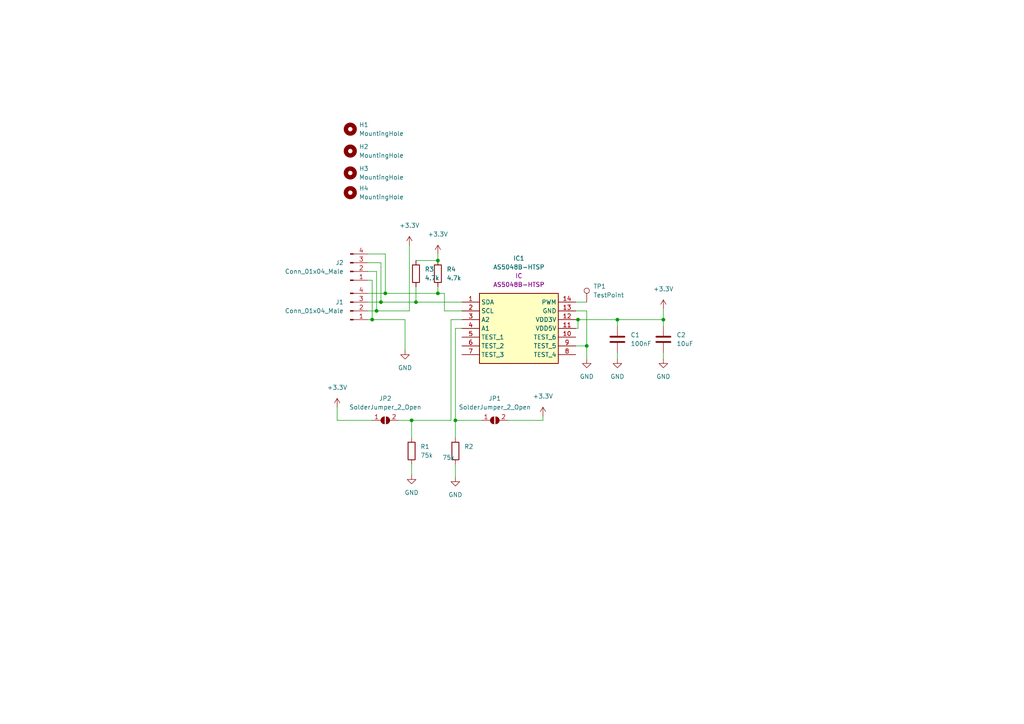
<source format=kicad_sch>
(kicad_sch (version 20230121) (generator eeschema)
  (paper "A4")
  (lib_symbols
    (symbol "AS5048B-HTSP:AS5048B-HTSP"
      (property "Value" "AS5048B-HTSP" (at 0 0 0))
      (property "Reference_1" "IC" (at 29.21 7.62 0))
      (property "Value_1" "AS5048B-HTSP" (at 29.21 5.08 0))
      (symbol "AS5048B-HTSP_1_1"
        (rectangle (start 5.08 2.54) (end 27.94 -17.78) (stroke (width 0.254)) (fill (type background)))
        (pin passive line (at 0 0 0) (length 5.08) (name "SDA") (number "1"))
        (pin passive line (at 33.02 -10.16 180) (length 5.08) (name "TEST_6") (number "10"))
        (pin passive line (at 33.02 -7.62 180) (length 5.08) (name "VDD5V") (number "11"))
        (pin passive line (at 33.02 -5.08 180) (length 5.08) (name "VDD3V") (number "12"))
        (pin passive line (at 33.02 -2.54 180) (length 5.08) (name "GND") (number "13"))
        (pin passive line (at 33.02 0 180) (length 5.08) (name "PWM") (number "14"))
        (pin passive line (at 0 -2.54 0) (length 5.08) (name "SCL") (number "2"))
        (pin passive line (at 0 -5.08 0) (length 5.08) (name "A2") (number "3"))
        (pin passive line (at 0 -7.62 0) (length 5.08) (name "A1") (number "4"))
        (pin passive line (at 0 -10.16 0) (length 5.08) (name "TEST_1") (number "5"))
        (pin passive line (at 0 -12.7 0) (length 5.08) (name "TEST_2") (number "6"))
        (pin passive line (at 0 -15.24 0) (length 5.08) (name "TEST_3") (number "7"))
        (pin passive line (at 33.02 -15.24 180) (length 5.08) (name "TEST_4") (number "8"))
        (pin passive line (at 33.02 -12.7 180) (length 5.08) (name "TEST_5") (number "9"))
      )
    )
    (symbol "Connector:Conn_01x04_Male" (pin_names (offset 1.016) hide)
      (property "Reference" "J" (at 0 5.08 0))
      (property "Value" "Conn_01x04_Male" (at 0 -7.62 0))
      (symbol "Conn_01x04_Male_1_1"
        (polyline (pts (xy 1.27 -5.08) (xy 0.8636 -5.08)) (stroke (width 0.1524)))
        (polyline (pts (xy 1.27 -2.54) (xy 0.8636 -2.54)) (stroke (width 0.1524)))
        (polyline (pts (xy 1.27 0) (xy 0.8636 0)) (stroke (width 0.1524)))
        (polyline (pts (xy 1.27 2.54) (xy 0.8636 2.54)) (stroke (width 0.1524)))
        (rectangle (start 0.8636 -4.953) (end 0 -5.207) (stroke (width 0.1524)) (fill (type outline)))
        (rectangle (start 0.8636 -2.413) (end 0 -2.667) (stroke (width 0.1524)) (fill (type outline)))
        (rectangle (start 0.8636 0.127) (end 0 -0.127) (stroke (width 0.1524)) (fill (type outline)))
        (rectangle (start 0.8636 2.667) (end 0 2.413) (stroke (width 0.1524)) (fill (type outline)))
        (pin passive line (at 5.08 2.54 180) (length 3.81) (name "Pin_1") (number "1"))
        (pin passive line (at 5.08 0 180) (length 3.81) (name "Pin_2") (number "2"))
        (pin passive line (at 5.08 -2.54 180) (length 3.81) (name "Pin_3") (number "3"))
        (pin passive line (at 5.08 -5.08 180) (length 3.81) (name "Pin_4") (number "4"))
      )
    )
    (symbol "Connector:TestPoint" (pin_numbers hide) (pin_names (offset 0.762) hide)
      (property "Reference" "TP" (at 0 6.858 0))
      (property "Value" "TestPoint" (at 0 5.08 0))
      (symbol "TestPoint_0_1"
        (circle (center 0 3.302) (radius 0.762))
      )
      (symbol "TestPoint_1_1"
        (pin passive line (at 0 0 90) (length 2.54) (name "1") (number "1"))
      )
    )
    (symbol "Device:C" (pin_numbers hide) (pin_names (offset 0.254))
      (property "Reference" "C" (at 0.635 2.54 0))
      (property "Value" "C" (at 0.635 -2.54 0))
      (symbol "C_0_1"
        (polyline (pts (xy -2.032 -0.762) (xy 2.032 -0.762)) (stroke (width 0.508)))
        (polyline (pts (xy -2.032 0.762) (xy 2.032 0.762)) (stroke (width 0.508)))
      )
      (symbol "C_1_1"
        (pin passive line (at 0 3.81 270) (length 2.794) (name "~") (number "1"))
        (pin passive line (at 0 -3.81 90) (length 2.794) (name "~") (number "2"))
      )
    )
    (symbol "Device:R" (pin_numbers hide) (pin_names (offset 0))
      (property "Reference" "R" (at 2.032 0 90))
      (property "Value" "R" (at 0 0 90))
      (symbol "R_0_1"
        (rectangle (start -1.016 -2.54) (end 1.016 2.54) (stroke (width 0.254)))
      )
      (symbol "R_1_1"
        (pin passive line (at 0 3.81 270) (length 1.27) (name "~") (number "1"))
        (pin passive line (at 0 -3.81 90) (length 1.27) (name "~") (number "2"))
      )
    )
    (symbol "Jumper:SolderJumper_2_Open" (pin_names (offset 0) hide)
      (property "Reference" "JP" (at 0 2.032 0))
      (property "Value" "SolderJumper_2_Open" (at 0 -2.54 0))
      (symbol "SolderJumper_2_Open_0_1"
        (arc (start -0.254 1.016) (mid -1.2656 0) (end -0.254 -1.016))
        (arc (start -0.254 1.016) (mid -1.2656 0) (end -0.254 -1.016) (fill (type outline)))
        (polyline (pts (xy -0.254 1.016) (xy -0.254 -1.016)))
        (polyline (pts (xy 0.254 1.016) (xy 0.254 -1.016)))
        (arc (start 0.254 -1.016) (mid 1.2656 0) (end 0.254 1.016))
        (arc (start 0.254 -1.016) (mid 1.2656 0) (end 0.254 1.016) (fill (type outline)))
      )
      (symbol "SolderJumper_2_Open_1_1"
        (pin passive line (at -3.81 0 0) (length 2.54) (name "A") (number "1"))
        (pin passive line (at 3.81 0 180) (length 2.54) (name "B") (number "2"))
      )
    )
    (symbol "Mechanical:MountingHole" (pin_names (offset 1.016))
      (property "Reference" "H" (at 0 5.08 0))
      (property "Value" "MountingHole" (at 0 3.175 0))
      (symbol "MountingHole_0_1"
        (circle (center 0 0) (radius 1.27) (stroke (width 1.27)))
      )
    )
    (symbol "power:+3.3V" (power) (pin_names (offset 0))
      (property "Value" "+3.3V" (at 0 3.556 0))
      (symbol "+3.3V_0_1"
        (polyline (pts (xy -0.762 1.27) (xy 0 2.54)))
        (polyline (pts (xy 0 0) (xy 0 2.54)))
        (polyline (pts (xy 0 2.54) (xy 0.762 1.27)))
      )
      (symbol "+3.3V_1_1"
        (pin power_in line (at 0 0 90) (length 0) hide (name "+3.3V") (number "1"))
      )
    )
    (symbol "power:GND" (power) (pin_names (offset 0))
      (property "Value" "GND" (at 0 -3.81 0))
      (symbol "GND_0_1"
        (polyline (pts (xy 0 0) (xy 0 -1.27) (xy 1.27 -1.27) (xy 0 -2.54) (xy -1.27 -1.27) (xy 0 -1.27)))
      )
      (symbol "GND_1_1"
        (pin power_in line (at 0 0 270) (length 0) hide (name "GND") (number "1"))
      )
    )
  )
  (junction (at 167.64 92.71))
  (junction (at 111.76 85.09))
  (junction (at 110.49 87.63))
  (junction (at 120.65 87.63))
  (junction (at 170.18 100.33))
  (junction (at 192.405 92.71))
  (junction (at 109.22 90.17))
  (junction (at 179.07 92.71))
  (junction (at 132.08 121.92))
  (junction (at 119.38 121.92))
  (junction (at 127 75.565))
  (junction (at 127 85.09))
  (junction (at 107.95 92.71))
  (wire (pts (xy 132.08 121.92) (xy 139.7 121.92)))
  (wire (pts (xy 97.79 118.11) (xy 97.79 121.92)))
  (wire (pts (xy 106.68 85.09) (xy 111.76 85.09)))
  (wire (pts (xy 132.08 95.25) (xy 132.08 121.92)))
  (wire (pts (xy 120.65 87.63) (xy 133.985 87.63)))
  (wire (pts (xy 179.07 102.235) (xy 179.07 104.14)))
  (wire (pts (xy 167.64 92.71) (xy 167.64 95.25)))
  (wire (pts (xy 133.985 92.71) (xy 130.81 92.71)))
  (wire (pts (xy 167.64 95.25) (xy 167.005 95.25)))
  (wire (pts (xy 119.38 121.92) (xy 119.38 127)))
  (wire (pts (xy 170.18 100.33) (xy 170.18 90.17)))
  (wire (pts (xy 109.22 90.17) (xy 109.22 78.74)))
  (wire (pts (xy 170.18 104.14) (xy 170.18 100.33)))
  (wire (pts (xy 109.22 90.17) (xy 118.745 90.17)))
  (wire (pts (xy 118.745 90.17) (xy 118.745 71.12)))
  (wire (pts (xy 119.38 121.92) (xy 130.81 121.92)))
  (wire (pts (xy 133.985 95.25) (xy 132.08 95.25)))
  (wire (pts (xy 111.76 73.66) (xy 111.76 85.09)))
  (wire (pts (xy 130.81 92.71) (xy 130.81 121.92)))
  (wire (pts (xy 170.18 90.17) (xy 167.005 90.17)))
  (wire (pts (xy 107.95 81.28) (xy 107.95 92.71)))
  (wire (pts (xy 106.68 87.63) (xy 110.49 87.63)))
  (wire (pts (xy 127 85.09) (xy 128.905 85.09)))
  (wire (pts (xy 192.405 102.235) (xy 192.405 104.14)))
  (wire (pts (xy 167.005 87.63) (xy 170.18 87.63)))
  (wire (pts (xy 132.08 134.62) (xy 132.08 138.43)))
  (wire (pts (xy 120.65 75.565) (xy 127 75.565)))
  (wire (pts (xy 128.905 85.09) (xy 128.905 90.17)))
  (wire (pts (xy 110.49 76.2) (xy 110.49 87.63)))
  (wire (pts (xy 167.005 100.33) (xy 170.18 100.33)))
  (wire (pts (xy 132.08 121.92) (xy 132.08 127)))
  (wire (pts (xy 147.32 121.92) (xy 157.48 121.92)))
  (wire (pts (xy 127 83.185) (xy 127 85.09)))
  (wire (pts (xy 106.68 73.66) (xy 111.76 73.66)))
  (wire (pts (xy 119.38 134.62) (xy 119.38 137.795)))
  (wire (pts (xy 109.22 78.74) (xy 106.68 78.74)))
  (wire (pts (xy 97.79 121.92) (xy 107.95 121.92)))
  (wire (pts (xy 128.905 90.17) (xy 133.985 90.17)))
  (wire (pts (xy 106.68 90.17) (xy 109.22 90.17)))
  (wire (pts (xy 106.68 81.28) (xy 107.95 81.28)))
  (wire (pts (xy 111.76 85.09) (xy 127 85.09)))
  (wire (pts (xy 106.68 92.71) (xy 107.95 92.71)))
  (wire (pts (xy 179.07 92.71) (xy 192.405 92.71)))
  (wire (pts (xy 117.475 92.71) (xy 117.475 101.6)))
  (wire (pts (xy 120.65 83.185) (xy 120.65 87.63)))
  (wire (pts (xy 110.49 87.63) (xy 120.65 87.63)))
  (wire (pts (xy 157.48 120.65) (xy 157.48 121.92)))
  (wire (pts (xy 192.405 89.535) (xy 192.405 92.71)))
  (wire (pts (xy 107.95 92.71) (xy 117.475 92.71)))
  (wire (pts (xy 106.68 76.2) (xy 110.49 76.2)))
  (wire (pts (xy 167.64 92.71) (xy 179.07 92.71)))
  (wire (pts (xy 115.57 121.92) (xy 119.38 121.92)))
  (wire (pts (xy 192.405 94.615) (xy 192.405 92.71)))
  (wire (pts (xy 127 73.66) (xy 127 75.565)))
  (wire (pts (xy 167.005 92.71) (xy 167.64 92.71)))
  (wire (pts (xy 179.07 94.615) (xy 179.07 92.71)))
  (symbol (lib_id "Device:C") (at 179.07 98.425 0) (unit 1)
    (property "Reference" "C1" (at 182.88 97.1549 0) (effects (justify left)))
    (property "Value" "100nF" (at 182.88 99.6949 0) (effects (justify left)))
    (property "Footprint" "Capacitor_SMD:C_0402_1005Metric_Pad0.74x0.62mm_HandSolder" (effects hide))
    (property "RS" "    464-6688" (effects hide))
  )
  (symbol (lib_id "Jumper:SolderJumper_2_Open") (at 143.51 121.92 0) (unit 1)
    (property "Reference" "JP1" (at 143.51 115.57 0))
    (property "Value" "SolderJumper_2_Open" (at 143.51 118.11 0))
    (property "Footprint" "Jumper:SolderJumper-2_P1.3mm_Open_Pad1.0x1.5mm" (effects hide))
  )
  (symbol (lib_id "Device:R") (at 132.08 130.81 0) (unit 1)
    (property "Reference" "R2" (at 134.62 129.5399 0) (effects (justify left)))
    (property "Value" "75k" (at 128.27 132.7149 0) (effects (justify left)))
    (property "Footprint" "Resistor_SMD:R_0805_2012Metric_Pad1.20x1.40mm_HandSolder" (effects hide))
  )
  (symbol (lib_id "Connector:Conn_01x04_Male") (at 101.6 78.74 0) (mirror x) (unit 1)
    (property "Reference" "J2" (at 99.695 76.1999 0) (effects (justify right)))
    (property "Value" "Conn_01x04_Male" (at 99.695 78.7399 0) (effects (justify right)))
    (property "Footprint" "Connector_JST:JST_SH_SM04B-SRSS-TB_1x04-1MP_P1.00mm_Horizontal" (effects hide))
    (property "RS" "    515-1513" (effects hide))
  )
  (symbol (lib_id "power:GND") (at 117.475 101.6 0) (unit 1)
    (property "Reference" "#PWR0105" (effects hide))
    (property "Value" "GND" (at 117.475 106.68 0))
  )
  (symbol (lib_id "power:GND") (at 179.07 104.14 0) (unit 1)
    (property "Reference" "#PWR0107" (effects hide))
    (property "Value" "GND" (at 179.07 109.22 0))
  )
  (symbol (lib_id "Mechanical:MountingHole") (at 101.6 37.465 0) (unit 1)
    (property "Reference" "H1" (at 104.14 36.1949 0) (effects (justify left)))
    (property "Value" "MountingHole" (at 104.14 38.7349 0) (effects (justify left)))
    (property "Footprint" "MountingHole:MountingHole_3.2mm_M3" (effects hide))
  )
  (symbol (lib_id "power:+3.3V") (at 127 73.66 0) (unit 1)
    (property "Reference" "#PWR0101" (effects hide))
    (property "Value" "+3.3V" (at 127 67.945 0))
  )
  (symbol (lib_id "power:+3.3V") (at 157.48 120.65 0) (unit 1)
    (property "Reference" "#PWR01" (effects hide))
    (property "Value" "+3.3V" (at 157.48 114.935 0))
  )
  (symbol (lib_id "power:+3.3V") (at 97.79 118.11 0) (unit 1)
    (property "Reference" "#PWR0102" (effects hide))
    (property "Value" "+3.3V" (at 97.79 112.395 0))
  )
  (symbol (lib_id "Mechanical:MountingHole") (at 101.6 50.165 0) (unit 1)
    (property "Reference" "H3" (at 104.14 48.8949 0) (effects (justify left)))
    (property "Value" "MountingHole" (at 104.14 51.4349 0) (effects (justify left)))
    (property "Footprint" "MountingHole:MountingHole_3.2mm_M3" (effects hide))
  )
  (symbol (lib_id "power:GND") (at 132.08 138.43 0) (unit 1)
    (property "Reference" "#PWR0103" (effects hide))
    (property "Value" "GND" (at 132.08 143.51 0))
  )
  (symbol (lib_id "AS5048B-HTSP:AS5048B-HTSP") (at 133.985 87.63 0) (unit 1)
    (property "Reference" "IC1" (at 150.495 74.93 0))
    (property "Value" "AS5048B-HTSP" (at 150.495 77.47 0))
    (property "Footprint" "Package_SO:TSSOP-14_4.4x5mm_P0.65mm" (effects hide))
    (property "Reference_1" "IC" (at 150.495 80.01 0))
    (property "Value_1" "AS5048B-HTSP" (at 150.495 82.55 0))
    (property "Footprint_1" "SOP65P640X120-14N" (effects hide))
    (property "Datasheet_1" "https://ams.com/documents/20143/36005/AS5048_DS000298_4-00.pdf/910aef1f-6cd3-cbda-9d09-41f152104832" (effects hide))
    (property "Height" "1.2" (effects hide))
    (property "Manufacturer_Name" "ams" (effects hide))
    (property "Manufacturer_Part_Number" "AS5048B-HTSP" (effects hide))
    (property "Mouser Part Number" "985-AS5048B-HTSP" (effects hide))
    (property "Mouser Price/Stock" "https://www.mouser.co.uk/ProductDetail/ams/AS5048B-HTSP?qs=eSfX1CQlHqrQ5nbzjAB0gA%3D%3D" (effects hide))
    (property "Arrow Part Number" "AS5048B-HTSP" (effects hide))
    (property "Arrow Price/Stock" "https://www.arrow.com/en/products/as5048b-htsp/ams-ag?region=nac" (effects hide))
    (property "RS" " 201-8313" (effects hide))
  )
  (symbol (lib_id "power:+3.3V") (at 118.745 71.12 0) (unit 1)
    (property "Reference" "#PWR0106" (effects hide))
    (property "Value" "+3.3V" (at 118.745 65.405 0))
  )
  (symbol (lib_id "Jumper:SolderJumper_2_Open") (at 111.76 121.92 0) (unit 1)
    (property "Reference" "JP2" (at 111.76 115.57 0))
    (property "Value" "SolderJumper_2_Open" (at 111.76 118.11 0))
    (property "Footprint" "Jumper:SolderJumper-2_P1.3mm_Open_Pad1.0x1.5mm" (effects hide))
  )
  (symbol (lib_id "Device:R") (at 127 79.375 0) (unit 1)
    (property "Reference" "R4" (at 129.54 78.1049 0) (effects (justify left)))
    (property "Value" "4.7k" (at 129.54 80.6449 0) (effects (justify left)))
    (property "Footprint" "Resistor_SMD:R_0805_2012Metric_Pad1.20x1.40mm_HandSolder" (effects hide))
  )
  (symbol (lib_id "power:+3.3V") (at 192.405 89.535 0) (unit 1)
    (property "Reference" "#PWR0110" (effects hide))
    (property "Value" "+3.3V" (at 192.405 83.82 0))
  )
  (symbol (lib_id "Device:C") (at 192.405 98.425 0) (unit 1)
    (property "Reference" "C2" (at 196.215 97.1549 0) (effects (justify left)))
    (property "Value" "10uF" (at 196.215 99.6949 0) (effects (justify left)))
    (property "Footprint" "Capacitor_SMD:C_1206_3216Metric_Pad1.33x1.80mm_HandSolder" (effects hide))
    (property "RS" "    198-8179" (effects hide))
  )
  (symbol (lib_id "Connector:TestPoint") (at 170.18 87.63 0) (unit 1)
    (property "Reference" "TP1" (at 172.085 83.0579 0) (effects (justify left)))
    (property "Value" "TestPoint" (at 172.085 85.5979 0) (effects (justify left)))
    (property "Footprint" "TestPoint:TestPoint_Pad_1.0x1.0mm" (effects hide))
  )
  (symbol (lib_id "Mechanical:MountingHole") (at 101.6 43.815 0) (unit 1)
    (property "Reference" "H2" (at 104.14 42.5449 0) (effects (justify left)))
    (property "Value" "MountingHole" (at 104.14 45.0849 0) (effects (justify left)))
    (property "Footprint" "MountingHole:MountingHole_3.2mm_M3" (effects hide))
  )
  (symbol (lib_id "power:GND") (at 192.405 104.14 0) (unit 1)
    (property "Reference" "#PWR0109" (effects hide))
    (property "Value" "GND" (at 192.405 109.22 0))
  )
  (symbol (lib_id "Connector:Conn_01x04_Male") (at 101.6 90.17 0) (mirror x) (unit 1)
    (property "Reference" "J1" (at 99.695 87.6299 0) (effects (justify right)))
    (property "Value" "Conn_01x04_Male" (at 99.695 90.1699 0) (effects (justify right)))
    (property "Footprint" "Connector_JST:JST_SH_SM04B-SRSS-TB_1x04-1MP_P1.00mm_Horizontal" (effects hide))
    (property "RS" "    515-1513" (effects hide))
  )
  (symbol (lib_id "Device:R") (at 119.38 130.81 0) (unit 1)
    (property "Reference" "R1" (at 121.92 129.5399 0) (effects (justify left)))
    (property "Value" "75k" (at 121.92 132.0799 0) (effects (justify left)))
    (property "Footprint" "Resistor_SMD:R_0805_2012Metric_Pad1.20x1.40mm_HandSolder" (effects hide))
  )
  (symbol (lib_id "Mechanical:MountingHole") (at 101.6 55.88 0) (unit 1)
    (property "Reference" "H4" (at 104.14 54.6099 0) (effects (justify left)))
    (property "Value" "MountingHole" (at 104.14 57.1499 0) (effects (justify left)))
    (property "Footprint" "MountingHole:MountingHole_3.2mm_M3" (effects hide))
  )
  (symbol (lib_id "power:GND") (at 119.38 137.795 0) (unit 1)
    (property "Reference" "#PWR0104" (effects hide))
    (property "Value" "GND" (at 119.38 142.875 0))
  )
  (symbol (lib_id "Device:R") (at 120.65 79.375 0) (unit 1)
    (property "Reference" "R3" (at 123.19 78.1049 0) (effects (justify left)))
    (property "Value" "4.7k" (at 123.19 80.6449 0) (effects (justify left)))
    (property "Footprint" "Resistor_SMD:R_0805_2012Metric_Pad1.20x1.40mm_HandSolder" (effects hide))
  )
  (symbol (lib_id "power:GND") (at 170.18 104.14 0) (unit 1)
    (property "Reference" "#PWR0108" (effects hide))
    (property "Value" "GND" (at 170.18 109.22 0))
  )
)
</source>
